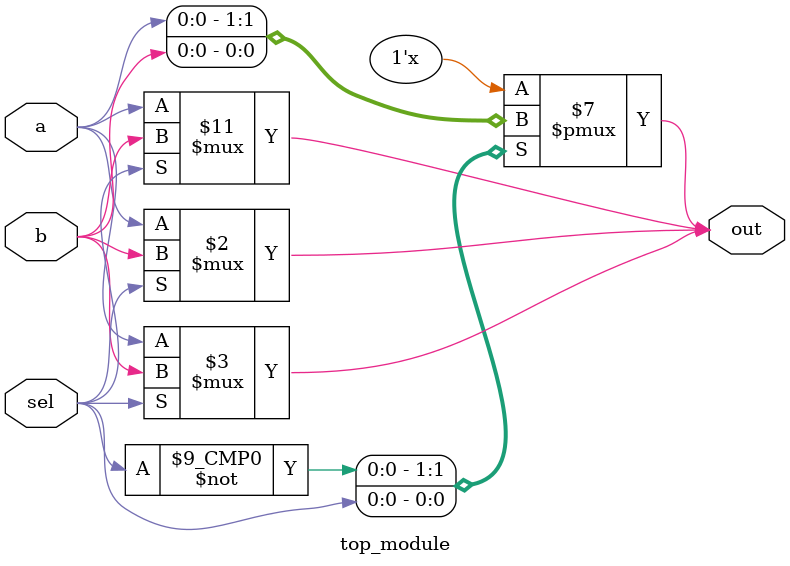
<source format=v>

module top_module( 
    input a, b, sel,
    output out ); 
    ///////////
    assign out = (sel==0)? a : b;
    ///////////
    assign out = sel ? b : a; //if sel true (sel = 1) pick b else always
    ///////////
    always @(*)
        begin
            if (sel == 0)
                out = a;
            else
                out = b;
        end
    ///////////
    always @ (*)
    begin
        case(sel)
            1'b0 : out = a;
            1'b1 : out = b;
        endcase
    end
    
endmodule

</source>
